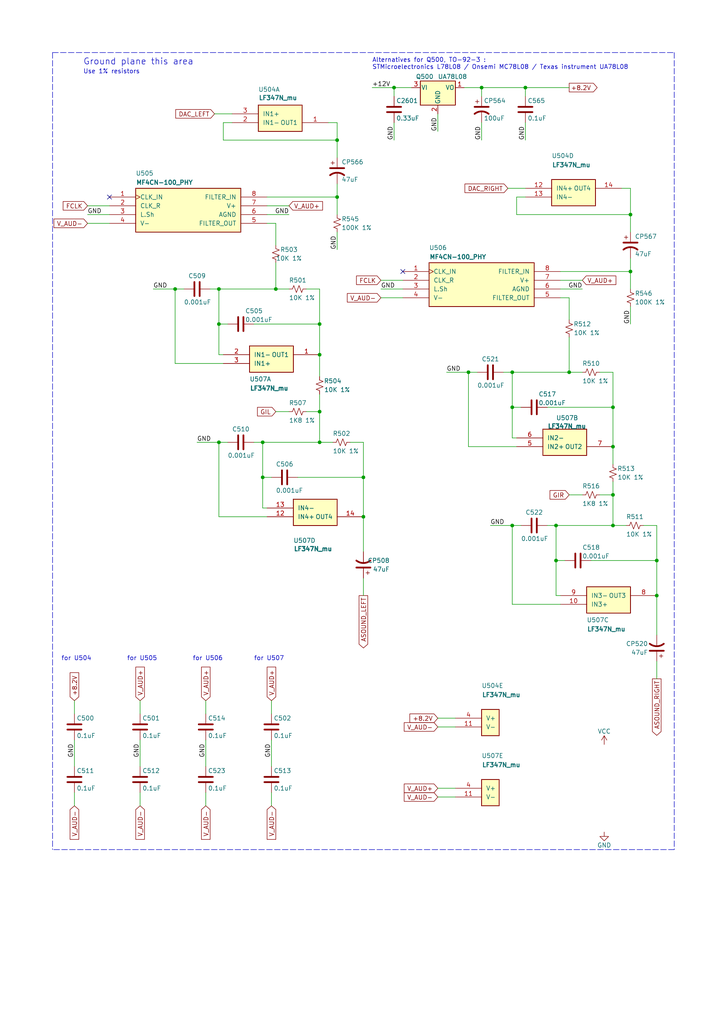
<source format=kicad_sch>
(kicad_sch (version 20211123) (generator eeschema)
  (paper "A4" portrait)
  (title_block (title "ReSTe mignon") (date "2022-07-13") (rev "mk0-0.1") (company "David SPORN") (comment 2 "original repository : https://github.com/sporniket/reste-mignon") (comment 4 "A remake of the Atari STe with some fixes applied and a target size of 25×18cm (B5)"))
  (lib_symbols
    (symbol "Device:C" (pin_numbers hide) (pin_names (offset 0.254))
      (property "Reference" "C" (at 0.635 2.54 0))
      (property "Value" "C" (at 0.635 -2.54 0))
      (symbol "C_0_1"
        (polyline (pts (xy -2.032 -0.762) (xy 2.032 -0.762)) (stroke (width 0.508)))
        (polyline (pts (xy -2.032 0.762) (xy 2.032 0.762)) (stroke (width 0.508)))
      )
      (symbol "C_1_1"
        (pin passive line (at 0 3.81 270) (length 2.794) (name "~") (number "1"))
        (pin passive line (at 0 -3.81 90) (length 2.794) (name "~") (number "2"))
      )
    )
    (symbol "Device:CP1" (pin_numbers hide) (pin_names (offset 0.254) hide)
      (property "Reference" "C" (at 0.635 2.54 0))
      (property "Value" "Device_CP1" (at 0.635 -2.54 0))
      (symbol "CP1_0_1"
        (polyline (pts (xy -2.032 0.762) (xy 2.032 0.762)) (stroke (width 0.508)))
        (polyline (pts (xy -1.778 2.286) (xy -0.762 2.286)))
        (polyline (pts (xy -1.27 1.778) (xy -1.27 2.794)))
        (arc (start 2.032 -1.27) (mid 0 -0.5572) (end -2.032 -1.27) (stroke (width 0.508)))
      )
      (symbol "CP1_1_1"
        (pin passive line (at 0 3.81 270) (length 2.794) (name "~") (number "1"))
        (pin passive line (at 0 -3.81 90) (length 3.302) (name "~") (number "2"))
      )
    )
    (symbol "Device:R_Small_US" (pin_numbers hide) (pin_names (offset 0.254) hide)
      (property "Reference" "R" (at 0.762 0.508 0))
      (property "Value" "R_Small_US" (at 0.762 -1.016 0))
      (symbol "R_Small_US_1_1"
        (polyline (pts (xy 0 0) (xy 1.016 -0.381) (xy 0 -0.762) (xy -1.016 -1.143) (xy 0 -1.524)))
        (polyline (pts (xy 0 1.524) (xy 1.016 1.143) (xy 0 0.762) (xy -1.016 0.381) (xy 0 0)))
        (pin passive line (at 0 2.54 270) (length 1.016) (name "~") (number "1"))
        (pin passive line (at 0 -2.54 90) (length 1.016) (name "~") (number "2"))
      )
    )
    (symbol "Regulator_Linear:LM78L05_TO92" (pin_names (offset 0.254))
      (property "Reference" "U" (at -3.81 3.175 0))
      (property "Value" "LM78L05_TO92" (at 0 3.175 0))
      (symbol "LM78L05_TO92_0_1"
        (rectangle (start -5.08 -5.08) (end 5.08 1.905) (stroke (width 0.254)) (fill (type background)))
      )
      (symbol "LM78L05_TO92_1_1"
        (pin power_out line (at 7.62 0 180) (length 2.54) (name "VO") (number "1"))
        (pin power_in line (at 0 -7.62 90) (length 2.54) (name "GND") (number "2"))
        (pin power_in line (at -7.62 0 0) (length 2.54) (name "VI") (number "3"))
      )
    )
    (symbol "lf347:LF347N_mu" (pin_names (offset 1.27))
      (property "Reference" "U" (at 0 0 0))
      (property "Value" "LF347N_mu" (at 0 0 0))
      (symbol "LF347N_mu_1_0"
        (rectangle (start -6.35 0) (end 6.35 -7.62) (stroke (width 0.254)) (fill (type background)))
        (text "Operational Amplifier 1" (at -12.7 2.54 0) (effects (font (size 1.27 1.27)) (justify left top)))
        (pin output line (at 13.97 -2.54 180) (length 7.62) (name "OUT1") (number "1"))
        (pin input line (at -13.97 -2.54 0) (length 7.62) (name "IN1-") (number "2"))
        (pin input line (at -13.97 -5.08 0) (length 7.62) (name "IN1+") (number "3"))
      )
      (symbol "LF347N_mu_2_0"
        (rectangle (start -6.35 0) (end 6.35 -7.62) (stroke (width 0.254)) (fill (type background)))
        (text "Operational Amplifier 2" (at -12.7 2.54 0) (effects (font (size 1.27 1.27)) (justify left top)))
        (pin input line (at -13.97 -2.54 0) (length 7.62) (name "IN2+") (number "5"))
        (pin input line (at -13.97 -5.08 0) (length 7.62) (name "IN2-") (number "6"))
        (pin output line (at 13.97 -2.54 180) (length 7.62) (name "OUT2") (number "7"))
      )
      (symbol "LF347N_mu_3_0"
        (rectangle (start -6.35 0) (end 6.35 -7.62) (stroke (width 0.254)) (fill (type background)))
        (text "Operational Amplifier 3" (at -12.7 2.54 0) (effects (font (size 1.27 1.27)) (justify left top)))
        (pin input line (at -13.97 -5.08 0) (length 7.62) (name "IN3+") (number "10"))
        (pin output line (at 13.97 -2.54 180) (length 7.62) (name "OUT3") (number "8"))
        (pin input line (at -13.97 -2.54 0) (length 7.62) (name "IN3-") (number "9"))
      )
      (symbol "LF347N_mu_4_0"
        (rectangle (start -6.35 0) (end 6.35 -7.62) (stroke (width 0.254)) (fill (type background)))
        (text "Operational Amplifier 4" (at -12.7 2.54 0) (effects (font (size 1.27 1.27)) (justify left top)))
        (pin input line (at -13.97 -2.54 0) (length 7.62) (name "IN4+") (number "12"))
        (pin input line (at -13.97 -5.08 0) (length 7.62) (name "IN4-") (number "13"))
        (pin output line (at 13.97 -2.54 180) (length 7.62) (name "OUT4") (number "14"))
      )
      (symbol "LF347N_mu_5_0"
        (rectangle (start -2.54 0) (end 2.54 -7.62) (stroke (width 0.254)) (fill (type background)))
        (text "Voltage reference" (at -12.7 2.54 0) (effects (font (size 1.27 1.27)) (justify left top)))
        (pin input line (at -10.16 -5.08 0) (length 7.62) (name "V-") (number "11"))
        (pin input line (at -10.16 -2.54 0) (length 7.62) (name "V+") (number "4"))
      )
      (symbol "LF347N_mu_6_0"
        (rectangle (start -1.27 0) (end 1.27 -2.54) (stroke (width 0.254)) (fill (type background)))
        (text "Power supply" (at -12.7 2.54 0) (effects (font (size 1.27 1.27)) (justify left top)))
      )
    )
    (symbol "mf4-dip8:MF4CN-100_PHY" (pin_names (offset 1.27))
      (property "Reference" "U" (at 0 0 0))
      (property "Value" "MF4CN-100_PHY" (at 0 0 0))
      (symbol "MF4CN-100_PHY_0_0"
        (rectangle (start -15.24 6.35) (end 15.24 -6.35) (stroke (width 0.254)) (fill (type background)))
        (pin input clock (at -22.86 3.81 0) (length 7.62) (name "CLK_IN") (number "1"))
        (pin input line (at -22.86 1.27 0) (length 7.62) (name "CLK_R") (number "2"))
        (pin input line (at -22.86 -1.27 0) (length 7.62) (name "L.Sh") (number "3"))
        (pin input line (at -22.86 -3.81 0) (length 7.62) (name "V-") (number "4"))
        (pin output line (at 22.86 -3.81 180) (length 7.62) (name "FILTER_OUT") (number "5"))
        (pin power_in line (at 22.86 -1.27 180) (length 7.62) (name "AGND") (number "6"))
        (pin power_in line (at 22.86 1.27 180) (length 7.62) (name "V+") (number "7"))
        (pin input line (at 22.86 3.81 180) (length 7.62) (name "FILTER_IN") (number "8"))
      )
    )
    (symbol "power:GND" (power) (pin_names (offset 0))
      (property "Value" "GND" (at 0 -3.81 0))
      (symbol "GND_0_1"
        (polyline (pts (xy 0 0) (xy 0 -1.27) (xy 1.27 -1.27) (xy 0 -2.54) (xy -1.27 -1.27) (xy 0 -1.27)))
      )
      (symbol "GND_1_1"
        (pin power_in line (at 0 0 270) (length 0) hide (name "GND") (number "1"))
      )
    )
    (symbol "power:VCC" (power) (pin_names (offset 0))
      (property "Value" "VCC" (at 0 3.81 0))
      (symbol "VCC_0_1"
        (polyline (pts (xy -0.762 1.27) (xy 0 2.54)))
        (polyline (pts (xy 0 0) (xy 0 2.54)))
        (polyline (pts (xy 0 2.54) (xy 0.762 1.27)))
      )
      (symbol "VCC_1_1"
        (pin power_in line (at 0 0 90) (length 0) hide (name "VCC") (number "1"))
      )
    )
  )
  (junction (at 182.88 78.74))
  (junction (at 76.2 138.43))
  (junction (at 105.41 149.86))
  (junction (at 50.8 83.82))
  (junction (at 161.29 152.4))
  (junction (at 148.59 118.11))
  (junction (at 182.88 62.23))
  (junction (at 63.5 93.98))
  (junction (at 177.8 129.54))
  (junction (at 177.8 152.4))
  (junction (at 76.2 128.27))
  (junction (at 148.59 152.4))
  (junction (at 148.59 107.95))
  (junction (at 139.7 25.4))
  (junction (at 114.3 25.4))
  (junction (at 80.01 83.82))
  (junction (at 105.41 138.43))
  (junction (at 135.89 107.95))
  (junction (at 63.5 83.82))
  (junction (at 152.4 25.4))
  (junction (at 92.71 119.38))
  (junction (at 92.71 128.27))
  (junction (at 97.79 57.15))
  (junction (at 92.71 102.87))
  (junction (at 177.8 118.11))
  (junction (at 190.5 162.56))
  (junction (at 161.29 162.56))
  (junction (at 63.5 128.27))
  (junction (at 190.5 172.72))
  (junction (at 97.79 40.64))
  (junction (at 177.8 143.51))
  (junction (at 92.71 93.98))
  (junction (at 165.1 107.95))
  (no_connect (at 116.84 78.74))
  (no_connect (at 31.75 57.15))
  (wire (pts (xy 83.82 83.82) (xy 80.01 83.82)))
  (wire (pts (xy 73.66 128.27) (xy 76.2 128.27)))
  (wire (pts (xy 78.74 207.01) (xy 78.74 203.2)))
  (wire (pts (xy 177.8 143.51) (xy 173.99 143.51)))
  (wire (pts (xy 105.41 149.86) (xy 105.41 160.02)))
  (wire (pts (xy 182.88 54.61) (xy 182.88 62.23)))
  (wire (pts (xy 127 231.14) (xy 132.08 231.14)))
  (wire (pts (xy 110.49 83.82) (xy 116.84 83.82)))
  (wire (pts (xy 76.2 128.27) (xy 92.71 128.27)))
  (wire (pts (xy 177.8 107.95) (xy 177.8 118.11)))
  (wire (pts (xy 182.88 62.23) (xy 182.88 67.31)))
  (wire (pts (xy 148.59 107.95) (xy 165.1 107.95)))
  (wire (pts (xy 142.24 152.4) (xy 148.59 152.4)))
  (wire (pts (xy 107.95 25.4) (xy 114.3 25.4)))
  (wire (pts (xy 148.59 127) (xy 149.86 127)))
  (wire (pts (xy 63.5 128.27) (xy 57.15 128.27)))
  (wire (pts (xy 105.41 167.64) (xy 105.41 172.72)))
  (wire (pts (xy 25.4 64.77) (xy 31.75 64.77)))
  (wire (pts (xy 139.7 27.94) (xy 139.7 25.4)))
  (wire (pts (xy 152.4 35.56) (xy 152.4 40.64)))
  (wire (pts (xy 80.01 119.38) (xy 83.82 119.38)))
  (wire (pts (xy 50.8 83.82) (xy 50.8 105.41)))
  (wire (pts (xy 168.91 143.51) (xy 165.1 143.51)))
  (wire (pts (xy 152.4 27.94) (xy 152.4 25.4)))
  (wire (pts (xy 161.29 162.56) (xy 161.29 172.72)))
  (wire (pts (xy 190.5 162.56) (xy 190.5 172.72)))
  (wire (pts (xy 59.69 207.01) (xy 59.69 203.2)))
  (wire (pts (xy 60.96 83.82) (xy 63.5 83.82)))
  (wire (pts (xy 127 208.28) (xy 132.08 208.28)))
  (wire (pts (xy 76.2 138.43) (xy 76.2 147.32)))
  (wire (pts (xy 162.56 81.28) (xy 168.91 81.28)))
  (wire (pts (xy 190.5 152.4) (xy 190.5 162.56)))
  (wire (pts (xy 165.1 86.36) (xy 165.1 92.71)))
  (wire (pts (xy 139.7 25.4) (xy 152.4 25.4)))
  (wire (pts (xy 182.88 93.98) (xy 182.88 88.9)))
  (wire (pts (xy 158.75 118.11) (xy 177.8 118.11)))
  (wire (pts (xy 21.59 207.01) (xy 21.59 203.2)))
  (wire (pts (xy 161.29 152.4) (xy 177.8 152.4)))
  (wire (pts (xy 132.08 210.82) (xy 127 210.82)))
  (wire (pts (xy 64.77 40.64) (xy 97.79 40.64)))
  (wire (pts (xy 97.79 40.64) (xy 97.79 45.72)))
  (wire (pts (xy 158.75 152.4) (xy 161.29 152.4)))
  (wire (pts (xy 77.47 62.23) (xy 83.82 62.23)))
  (wire (pts (xy 92.71 83.82) (xy 92.71 93.98)))
  (wire (pts (xy 114.3 35.56) (xy 114.3 40.64)))
  (wire (pts (xy 73.66 93.98) (xy 92.71 93.98)))
  (wire (pts (xy 148.59 152.4) (xy 151.13 152.4)))
  (wire (pts (xy 152.4 57.15) (xy 149.86 57.15)))
  (wire (pts (xy 92.71 93.98) (xy 92.71 102.87)))
  (wire (pts (xy 63.5 83.82) (xy 63.5 93.98)))
  (wire (pts (xy 182.88 78.74) (xy 182.88 83.82)))
  (wire (pts (xy 88.9 83.82) (xy 92.71 83.82)))
  (wire (pts (xy 151.13 118.11) (xy 148.59 118.11)))
  (polyline (pts (xy 15.24 15.24) (xy 15.24 246.38)))
  (polyline (pts (xy 195.58 15.24) (xy 195.58 246.38)))
  (wire (pts (xy 59.69 233.68) (xy 59.69 229.87)))
  (wire (pts (xy 63.5 128.27) (xy 66.04 128.27)))
  (wire (pts (xy 88.9 119.38) (xy 92.71 119.38)))
  (wire (pts (xy 63.5 93.98) (xy 63.5 102.87)))
  (wire (pts (xy 92.71 114.3) (xy 92.71 119.38)))
  (wire (pts (xy 78.74 222.25) (xy 78.74 214.63)))
  (wire (pts (xy 64.77 35.56) (xy 64.77 40.64)))
  (wire (pts (xy 162.56 86.36) (xy 165.1 86.36)))
  (wire (pts (xy 135.89 129.54) (xy 149.86 129.54)))
  (wire (pts (xy 190.5 152.4) (xy 186.69 152.4)))
  (wire (pts (xy 50.8 105.41) (xy 64.77 105.41)))
  (wire (pts (xy 80.01 71.12) (xy 80.01 64.77)))
  (polyline (pts (xy 15.24 15.24) (xy 195.58 15.24)))
  (wire (pts (xy 80.01 76.2) (xy 80.01 83.82)))
  (wire (pts (xy 127 33.02) (xy 127 38.1)))
  (wire (pts (xy 110.49 81.28) (xy 116.84 81.28)))
  (wire (pts (xy 127 228.6) (xy 132.08 228.6)))
  (wire (pts (xy 92.71 119.38) (xy 92.71 128.27)))
  (wire (pts (xy 173.99 107.95) (xy 177.8 107.95)))
  (wire (pts (xy 77.47 59.69) (xy 83.82 59.69)))
  (wire (pts (xy 148.59 107.95) (xy 148.59 118.11)))
  (wire (pts (xy 40.64 207.01) (xy 40.64 203.2)))
  (wire (pts (xy 105.41 138.43) (xy 105.41 149.86)))
  (wire (pts (xy 148.59 152.4) (xy 148.59 175.26)))
  (wire (pts (xy 59.69 222.25) (xy 59.69 214.63)))
  (wire (pts (xy 21.59 233.68) (xy 21.59 229.87)))
  (wire (pts (xy 139.7 35.56) (xy 139.7 40.64)))
  (wire (pts (xy 78.74 138.43) (xy 76.2 138.43)))
  (wire (pts (xy 171.45 162.56) (xy 190.5 162.56)))
  (wire (pts (xy 40.64 233.68) (xy 40.64 229.87)))
  (wire (pts (xy 152.4 25.4) (xy 165.1 25.4)))
  (wire (pts (xy 161.29 152.4) (xy 161.29 162.56)))
  (wire (pts (xy 114.3 27.94) (xy 114.3 25.4)))
  (wire (pts (xy 77.47 57.15) (xy 97.79 57.15)))
  (wire (pts (xy 76.2 147.32) (xy 77.47 147.32)))
  (wire (pts (xy 50.8 83.82) (xy 44.45 83.82)))
  (wire (pts (xy 21.59 222.25) (xy 21.59 214.63)))
  (wire (pts (xy 146.05 107.95) (xy 148.59 107.95)))
  (wire (pts (xy 190.5 172.72) (xy 190.5 184.15)))
  (wire (pts (xy 177.8 143.51) (xy 177.8 152.4)))
  (wire (pts (xy 177.8 118.11) (xy 177.8 129.54)))
  (wire (pts (xy 97.79 57.15) (xy 97.79 62.23)))
  (wire (pts (xy 92.71 102.87) (xy 92.71 109.22)))
  (wire (pts (xy 62.23 33.02) (xy 67.31 33.02)))
  (wire (pts (xy 148.59 175.26) (xy 162.56 175.26)))
  (wire (pts (xy 138.43 107.95) (xy 135.89 107.95)))
  (wire (pts (xy 149.86 57.15) (xy 149.86 62.23)))
  (wire (pts (xy 148.59 118.11) (xy 148.59 127)))
  (wire (pts (xy 105.41 128.27) (xy 105.41 138.43)))
  (wire (pts (xy 135.89 107.95) (xy 135.89 129.54)))
  (wire (pts (xy 134.62 25.4) (xy 139.7 25.4)))
  (wire (pts (xy 67.31 35.56) (xy 64.77 35.56)))
  (polyline (pts (xy 195.58 246.38) (xy 15.24 246.38)))
  (wire (pts (xy 177.8 129.54) (xy 177.8 134.62)))
  (wire (pts (xy 95.25 35.56) (xy 97.79 35.56)))
  (wire (pts (xy 63.5 128.27) (xy 63.5 149.86)))
  (wire (pts (xy 114.3 25.4) (xy 119.38 25.4)))
  (wire (pts (xy 110.49 86.36) (xy 116.84 86.36)))
  (wire (pts (xy 76.2 128.27) (xy 76.2 138.43)))
  (wire (pts (xy 66.04 93.98) (xy 63.5 93.98)))
  (wire (pts (xy 177.8 152.4) (xy 181.61 152.4)))
  (wire (pts (xy 162.56 172.72) (xy 161.29 172.72)))
  (wire (pts (xy 63.5 102.87) (xy 64.77 102.87)))
  (wire (pts (xy 168.91 107.95) (xy 165.1 107.95)))
  (wire (pts (xy 177.8 139.7) (xy 177.8 143.51)))
  (wire (pts (xy 25.4 59.69) (xy 31.75 59.69)))
  (wire (pts (xy 63.5 149.86) (xy 77.47 149.86)))
  (wire (pts (xy 78.74 233.68) (xy 78.74 229.87)))
  (wire (pts (xy 63.5 83.82) (xy 80.01 83.82)))
  (wire (pts (xy 129.54 107.95) (xy 135.89 107.95)))
  (wire (pts (xy 40.64 222.25) (xy 40.64 214.63)))
  (wire (pts (xy 105.41 128.27) (xy 101.6 128.27)))
  (wire (pts (xy 182.88 74.93) (xy 182.88 78.74)))
  (wire (pts (xy 149.86 62.23) (xy 182.88 62.23)))
  (wire (pts (xy 97.79 53.34) (xy 97.79 57.15)))
  (wire (pts (xy 165.1 97.79) (xy 165.1 107.95)))
  (wire (pts (xy 86.36 138.43) (xy 105.41 138.43)))
  (wire (pts (xy 163.83 162.56) (xy 161.29 162.56)))
  (wire (pts (xy 162.56 83.82) (xy 168.91 83.82)))
  (wire (pts (xy 96.52 128.27) (xy 92.71 128.27)))
  (wire (pts (xy 53.34 83.82) (xy 50.8 83.82)))
  (wire (pts (xy 97.79 35.56) (xy 97.79 40.64)))
  (wire (pts (xy 180.34 54.61) (xy 182.88 54.61)))
  (wire (pts (xy 162.56 78.74) (xy 182.88 78.74)))
  (wire (pts (xy 152.4 54.61) (xy 147.32 54.61)))
  (wire (pts (xy 190.5 191.77) (xy 190.5 196.85)))
  (wire (pts (xy 77.47 64.77) (xy 80.01 64.77)))
  (wire (pts (xy 25.4 62.23) (xy 31.75 62.23)))
  (wire (pts (xy 97.79 72.39) (xy 97.79 67.31)))
  (text "Use 1% resistors" (at 24.13 21.59 0) (effects (font (size 1.27 1.27)) (justify left bottom)))
  (text "Alternatives for Q500, TO-92-3 :\nSTMicroelectronics L78L08 / Onsemi MC78L08 / Texas instrument UA78L08" (at 107.95 20.32 0) (effects (font (size 1.27 1.27)) (justify left bottom)))
  (text "for U507" (at 73.66 191.77 0) (effects (font (size 1.27 1.27)) (justify left bottom)))
  (text "for U504" (at 17.78 191.77 0) (effects (font (size 1.27 1.27)) (justify left bottom)))
  (text "for U505" (at 36.83 191.77 0) (effects (font (size 1.27 1.27)) (justify left bottom)))
  (text "for U506" (at 55.88 191.77 0) (effects (font (size 1.27 1.27)) (justify left bottom)))
  (text "Ground plane this area" (at 24.13 19.05 0) (effects (font (size 1.8034 1.8034)) (justify left bottom)))
  (label "GND" (at 129.54 107.95 0))
  (label "+12V" (at 107.95 25.4 0))
  (label "GND" (at 40.64 219.71 90))
  (label "GND" (at 127 38.1 90))
  (label "GND" (at 44.45 83.82 0))
  (label "GND" (at 83.82 62.23 180))
  (label "GND" (at 57.15 128.27 0))
  (label "GND" (at 110.49 83.82 0))
  (label "GND" (at 59.69 219.71 90))
  (label "GND" (at 152.4 40.64 90))
  (label "GND" (at 139.7 40.64 90))
  (label "GND" (at 182.88 93.98 90))
  (label "GND" (at 142.24 152.4 0))
  (label "GND" (at 114.3 40.64 90))
  (label "GND" (at 168.91 83.82 180))
  (label "GND" (at 21.59 219.71 90))
  (label "GND" (at 25.4 62.23 0))
  (label "GND" (at 78.74 219.71 90))
  (label "GND" (at 97.79 72.39 90))
  (global_label "+8.2V" (shape input) (at 127 208.28 180) (property "Intersheet References" "${INTERSHEET_REFS}" (effects hide)))
  (global_label "V_AUD+" (shape input) (at 168.91 81.28 0) (property "Intersheet References" "${INTERSHEET_REFS}" (effects hide)))
  (global_label "V_AUD-" (shape input) (at 25.4 64.77 180) (property "Intersheet References" "${INTERSHEET_REFS}" (effects hide)))
  (global_label "ASOUND_RIGHT" (shape output) (at 190.5 196.85 270) (property "Intersheet References" "${INTERSHEET_REFS}" (effects hide)))
  (global_label "FCLK" (shape input) (at 25.4 59.69 180) (property "Intersheet References" "${INTERSHEET_REFS}" (effects hide)))
  (global_label "FCLK" (shape input) (at 110.49 81.28 180) (property "Intersheet References" "${INTERSHEET_REFS}" (effects hide)))
  (global_label "DAC_RIGHT" (shape input) (at 147.32 54.61 180) (property "Intersheet References" "${INTERSHEET_REFS}" (effects hide)))
  (global_label "V_AUD-" (shape input) (at 110.49 86.36 180) (property "Intersheet References" "${INTERSHEET_REFS}" (effects hide)))
  (global_label "+8.2V" (shape output) (at 165.1 25.4 0) (property "Intersheet References" "${INTERSHEET_REFS}" (effects hide)))
  (global_label "V_AUD-" (shape input) (at 127 231.14 180) (property "Intersheet References" "${INTERSHEET_REFS}" (effects hide)))
  (global_label "ASOUND_LEFT" (shape output) (at 105.41 172.72 270) (property "Intersheet References" "${INTERSHEET_REFS}" (effects hide)))
  (global_label "V_AUD+" (shape input) (at 83.82 59.69 0) (property "Intersheet References" "${INTERSHEET_REFS}" (effects hide)))
  (global_label "V_AUD+" (shape input) (at 59.69 203.2 90) (property "Intersheet References" "${INTERSHEET_REFS}" (effects hide)))
  (global_label "GIR" (shape input) (at 165.1 143.51 180) (property "Intersheet References" "${INTERSHEET_REFS}" (effects hide)))
  (global_label "DAC_LEFT" (shape input) (at 62.23 33.02 180) (property "Intersheet References" "${INTERSHEET_REFS}" (effects hide)))
  (global_label "V_AUD-" (shape input) (at 21.59 233.68 270) (property "Intersheet References" "${INTERSHEET_REFS}" (effects hide)))
  (global_label "V_AUD+" (shape input) (at 78.74 203.2 90) (property "Intersheet References" "${INTERSHEET_REFS}" (effects hide)))
  (global_label "V_AUD-" (shape input) (at 78.74 233.68 270) (property "Intersheet References" "${INTERSHEET_REFS}" (effects hide)))
  (global_label "+8.2V" (shape input) (at 21.59 203.2 90) (property "Intersheet References" "${INTERSHEET_REFS}" (effects hide)))
  (global_label "V_AUD-" (shape input) (at 40.64 233.68 270) (property "Intersheet References" "${INTERSHEET_REFS}" (effects hide)))
  (global_label "V_AUD-" (shape input) (at 127 210.82 180) (property "Intersheet References" "${INTERSHEET_REFS}" (effects hide)))
  (global_label "V_AUD-" (shape input) (at 59.69 233.68 270) (property "Intersheet References" "${INTERSHEET_REFS}" (effects hide)))
  (global_label "V_AUD+" (shape input) (at 127 228.6 180) (property "Intersheet References" "${INTERSHEET_REFS}" (effects hide)))
  (global_label "V_AUD+" (shape input) (at 40.64 203.2 90) (property "Intersheet References" "${INTERSHEET_REFS}" (effects hide)))
  (global_label "GIL" (shape input) (at 80.01 119.38 180) (property "Intersheet References" "${INTERSHEET_REFS}" (effects hide)))
  (symbol (lib_id "Device:R_Small_US") (at 86.36 119.38 270) (unit 1)
    (property "Reference" "R507" (at 83.82 116.84 90) (effects (justify left)))
    (property "Value" "1K8 1%" (at 83.82 121.92 90) (effects (justify left)))
    (property "Footprint" "Resistor_SMD:R_1206_3216Metric_Pad1.30x1.75mm_HandSolder" (effects hide))
  )
  (symbol (lib_id "Device:R_Small_US") (at 171.45 143.51 270) (unit 1)
    (property "Reference" "R516" (at 168.91 140.97 90) (effects (justify left)))
    (property "Value" "1K8 1%" (at 168.91 146.05 90) (effects (justify left)))
    (property "Footprint" "Resistor_SMD:R_1206_3216Metric_Pad1.30x1.75mm_HandSolder" (effects hide))
  )
  (symbol (lib_id "mf4-dip8:MF4CN-100_PHY") (at 54.61 60.96 0) (unit 1)
    (property "Reference" "U505" (at 39.37 49.53 0) (effects (justify left top)))
    (property "Value" "MF4CN-100_PHY" (at 39.37 52.07 0) (effects (font bold) (justify left top)))
    (property "Footprint" "Package_DIP:DIP-8_W7.62mm_LongPads" (effects hide))
  )
  (symbol (lib_id "Device:CP1") (at 97.79 49.53 0) (unit 1)
    (property "Reference" "CP566" (at 99.06 46.99 0) (effects (justify left)))
    (property "Value" "47uF" (at 99.06 52.07 0) (effects (justify left)))
    (property "Footprint" "Capacitor_THT:C_Radial_D6.3mm_H11.0mm_P2.50mm" (effects hide))
  )
  (symbol (lib_id "Device:R_Small_US") (at 97.79 64.77 0) (unit 1)
    (property "Reference" "R545" (at 99.06 63.5 0) (effects (justify left)))
    (property "Value" "100K 1%" (at 99.06 66.04 0) (effects (justify left)))
    (property "Footprint" "Resistor_SMD:R_1206_3216Metric_Pad1.30x1.75mm_HandSolder" (effects hide))
  )
  (symbol (lib_id "Device:C") (at 40.64 210.82 0) (unit 1)
    (property "Reference" "C501" (at 41.275 208.28 0) (effects (justify left)))
    (property "Value" "0.1uF" (at 41.275 213.36 0) (effects (justify left)))
    (property "Footprint" "Capacitor_SMD:C_1206_3216Metric_Pad1.33x1.80mm_HandSolder" (effects hide))
  )
  (symbol (lib_id "Device:C") (at 40.64 226.06 0) (unit 1)
    (property "Reference" "C512" (at 41.275 223.52 0) (effects (justify left)))
    (property "Value" "0.1uF" (at 41.275 228.6 0) (effects (justify left)))
    (property "Footprint" "Capacitor_SMD:C_1206_3216Metric_Pad1.33x1.80mm_HandSolder" (effects hide))
  )
  (symbol (lib_id "Device:C") (at 21.59 210.82 0) (unit 1)
    (property "Reference" "C500" (at 22.225 208.28 0) (effects (justify left)))
    (property "Value" "0.1uF" (at 22.225 213.36 0) (effects (justify left)))
    (property "Footprint" "Capacitor_SMD:C_1206_3216Metric_Pad1.33x1.80mm_HandSolder" (effects hide))
  )
  (symbol (lib_id "Device:C") (at 21.59 226.06 0) (unit 1)
    (property "Reference" "C511" (at 22.225 223.52 0) (effects (justify left)))
    (property "Value" "0.1uF" (at 22.225 228.6 0) (effects (justify left)))
    (property "Footprint" "Capacitor_SMD:C_1206_3216Metric_Pad1.33x1.80mm_HandSolder" (effects hide))
  )
  (symbol (lib_id "lf347:LF347N_mu") (at 142.24 205.74 0) (unit 5)
    (property "Reference" "U504" (at 139.7 198.12 0) (effects (justify left top)))
    (property "Value" "LF347N_mu" (at 139.7 200.66 0) (effects (font bold) (justify left top)))
    (property "Footprint" "Package_DIP:DIP-14_W7.62mm_LongPads" (effects hide))
  )
  (symbol (lib_id "lf347:LF347N_mu") (at 142.24 226.06 0) (unit 5)
    (property "Reference" "U507" (at 139.7 218.44 0) (effects (justify left top)))
    (property "Value" "LF347N_mu" (at 139.7 220.98 0) (effects (font bold) (justify left top)))
    (property "Footprint" "Package_DIP:DIP-14_W7.62mm_LongPads" (effects hide))
  )
  (symbol (lib_id "Device:C") (at 78.74 210.82 0) (unit 1)
    (property "Reference" "C502" (at 79.375 208.28 0) (effects (justify left)))
    (property "Value" "0.1uF" (at 79.375 213.36 0) (effects (justify left)))
    (property "Footprint" "Capacitor_SMD:C_1206_3216Metric_Pad1.33x1.80mm_HandSolder" (effects hide))
  )
  (symbol (lib_id "Device:C") (at 78.74 226.06 0) (unit 1)
    (property "Reference" "C513" (at 79.375 223.52 0) (effects (justify left)))
    (property "Value" "0.1uF" (at 79.375 228.6 0) (effects (justify left)))
    (property "Footprint" "Capacitor_SMD:C_1206_3216Metric_Pad1.33x1.80mm_HandSolder" (effects hide))
  )
  (symbol (lib_id "mf4-dip8:MF4CN-100_PHY") (at 139.7 82.55 0) (unit 1)
    (property "Reference" "U506" (at 124.46 71.12 0) (effects (justify left top)))
    (property "Value" "MF4CN-100_PHY" (at 124.46 73.66 0) (effects (font bold) (justify left top)))
    (property "Footprint" "Package_DIP:DIP-8_W7.62mm_LongPads" (effects hide))
  )
  (symbol (lib_id "Device:CP1") (at 182.88 71.12 0) (unit 1)
    (property "Reference" "CP567" (at 184.15 68.58 0) (effects (justify left)))
    (property "Value" "47uF" (at 184.15 73.66 0) (effects (justify left)))
    (property "Footprint" "Capacitor_THT:C_Radial_D6.3mm_H11.0mm_P2.50mm" (effects hide))
  )
  (symbol (lib_id "Device:R_Small_US") (at 182.88 86.36 0) (unit 1)
    (property "Reference" "R546" (at 184.15 85.09 0) (effects (justify left)))
    (property "Value" "100K 1%" (at 184.15 87.63 0) (effects (justify left)))
    (property "Footprint" "Resistor_SMD:R_1206_3216Metric_Pad1.30x1.75mm_HandSolder" (effects hide))
  )
  (symbol (lib_id "Device:C") (at 59.69 210.82 0) (unit 1)
    (property "Reference" "C514" (at 60.325 208.28 0) (effects (justify left)))
    (property "Value" "0.1uF" (at 60.325 213.36 0) (effects (justify left)))
    (property "Footprint" "Capacitor_SMD:C_1206_3216Metric_Pad1.33x1.80mm_HandSolder" (effects hide))
  )
  (symbol (lib_id "Device:C") (at 59.69 226.06 0) (unit 1)
    (property "Reference" "C523" (at 60.325 223.52 0) (effects (justify left)))
    (property "Value" "0.1uF" (at 60.325 228.6 0) (effects (justify left)))
    (property "Footprint" "Capacitor_SMD:C_1206_3216Metric_Pad1.33x1.80mm_HandSolder" (effects hide))
  )
  (symbol (lib_id "Regulator_Linear:LM78L05_TO92") (at 127 25.4 0) (unit 1)
    (property "Reference" "Q500" (at 123.19 22.225 0))
    (property "Value" "UA78L08" (at 127 22.225 0) (effects (justify left)))
    (property "Footprint" "Package_TO_SOT_THT:TO-92L_Inline_Wide" (effects hide))
    (property "Datasheet" "https://www.onsemi.com/pub/Collateral/MC78L06A-D.pdf" (effects hide))
  )
  (symbol (lib_id "Device:CP1") (at 139.7 31.75 0) (unit 1)
    (property "Reference" "CP564" (at 140.335 29.21 0) (effects (justify left)))
    (property "Value" "100uF" (at 140.335 34.29 0) (effects (justify left)))
    (property "Footprint" "Capacitor_THT:C_Radial_D8.0mm_H11.5mm_P3.50mm" (effects hide))
  )
  (symbol (lib_id "Device:C") (at 152.4 31.75 0) (unit 1)
    (property "Reference" "C565" (at 153.035 29.21 0) (effects (justify left)))
    (property "Value" "0.1uF" (at 153.035 34.29 0) (effects (justify left)))
    (property "Footprint" "Capacitor_SMD:C_1206_3216Metric_Pad1.33x1.80mm_HandSolder" (effects hide))
  )
  (symbol (lib_id "Device:CP1") (at 105.41 163.83 180) (unit 1)
    (property "Reference" "CP508" (at 113.03 162.56 0) (effects (justify left)))
    (property "Value" "47uF" (at 113.03 165.1 0) (effects (justify left)))
    (property "Footprint" "Capacitor_THT:C_Radial_D6.3mm_H11.0mm_P2.50mm" (effects hide))
  )
  (symbol (lib_id "Device:C") (at 82.55 138.43 270) (unit 1)
    (property "Reference" "C506" (at 80.01 134.62 90) (effects (justify left)))
    (property "Value" "0.001uF" (at 80.01 142.24 90) (effects (justify left)))
    (property "Footprint" "Capacitor_SMD:C_1206_3216Metric_Pad1.33x1.80mm_HandSolder" (effects hide))
  )
  (symbol (lib_id "Device:R_Small_US") (at 92.71 111.76 180) (unit 1)
    (property "Reference" "R504" (at 96.52 110.49 0))
    (property "Value" "10K 1%" (at 97.79 113.03 0))
    (property "Footprint" "Resistor_SMD:R_1206_3216Metric_Pad1.30x1.75mm_HandSolder" (effects hide))
  )
  (symbol (lib_id "Device:C") (at 69.85 128.27 270) (unit 1)
    (property "Reference" "C510" (at 67.31 124.46 90) (effects (justify left)))
    (property "Value" "0.001uF" (at 66.04 132.08 90) (effects (justify left)))
    (property "Footprint" "Capacitor_SMD:C_1206_3216Metric_Pad1.33x1.80mm_HandSolder" (effects hide))
  )
  (symbol (lib_id "Device:R_Small_US") (at 99.06 128.27 270) (unit 1)
    (property "Reference" "R502" (at 96.52 125.73 90) (effects (justify left)))
    (property "Value" "10K 1%" (at 96.52 130.81 90) (effects (justify left)))
    (property "Footprint" "Resistor_SMD:R_1206_3216Metric_Pad1.30x1.75mm_HandSolder" (effects hide))
  )
  (symbol (lib_id "Device:C") (at 69.85 93.98 270) (unit 1)
    (property "Reference" "C505" (at 71.12 90.17 90) (effects (justify left)))
    (property "Value" "0.001uF" (at 71.12 92.71 90) (effects (justify left)))
    (property "Footprint" "Capacitor_SMD:C_1206_3216Metric_Pad1.33x1.80mm_HandSolder" (effects hide))
  )
  (symbol (lib_id "Device:R_Small_US") (at 80.01 73.66 180) (unit 1)
    (property "Reference" "R503" (at 83.82 72.39 0))
    (property "Value" "10K 1%" (at 83.82 74.93 0))
    (property "Footprint" "Resistor_SMD:R_1206_3216Metric_Pad1.30x1.75mm_HandSolder" (effects hide))
  )
  (symbol (lib_id "Device:C") (at 57.15 83.82 270) (unit 1)
    (property "Reference" "C509" (at 54.61 80.01 90) (effects (justify left)))
    (property "Value" "0.001uF" (at 53.34 87.63 90) (effects (justify left)))
    (property "Footprint" "Capacitor_SMD:C_1206_3216Metric_Pad1.33x1.80mm_HandSolder" (effects hide))
  )
  (symbol (lib_id "Device:R_Small_US") (at 86.36 83.82 270) (unit 1)
    (property "Reference" "R501" (at 83.82 81.28 90) (effects (justify left)))
    (property "Value" "10K 1%" (at 83.82 86.36 90) (effects (justify left)))
    (property "Footprint" "Resistor_SMD:R_1206_3216Metric_Pad1.30x1.75mm_HandSolder" (effects hide))
  )
  (symbol (lib_id "Device:CP1") (at 190.5 187.96 180) (unit 1)
    (property "Reference" "CP520" (at 187.96 186.69 0) (effects (justify left)))
    (property "Value" "47uF" (at 187.96 189.23 0) (effects (justify left)))
    (property "Footprint" "Capacitor_THT:C_Radial_D6.3mm_H11.0mm_P2.50mm" (effects hide))
  )
  (symbol (lib_id "Device:C") (at 167.64 162.56 270) (unit 1)
    (property "Reference" "C518" (at 168.91 158.75 90) (effects (justify left)))
    (property "Value" "0.001uF" (at 168.91 161.29 90) (effects (justify left)))
    (property "Footprint" "Capacitor_SMD:C_1206_3216Metric_Pad1.33x1.80mm_HandSolder" (effects hide))
  )
  (symbol (lib_id "Device:R_Small_US") (at 177.8 137.16 180) (unit 1)
    (property "Reference" "R513" (at 181.61 135.89 0))
    (property "Value" "10K 1%" (at 182.88 138.43 0))
    (property "Footprint" "Resistor_SMD:R_1206_3216Metric_Pad1.30x1.75mm_HandSolder" (effects hide))
  )
  (symbol (lib_id "Device:C") (at 154.94 152.4 270) (unit 1)
    (property "Reference" "C522" (at 152.4 148.59 90) (effects (justify left)))
    (property "Value" "0.001uF" (at 151.13 156.21 90) (effects (justify left)))
    (property "Footprint" "Capacitor_SMD:C_1206_3216Metric_Pad1.33x1.80mm_HandSolder" (effects hide))
  )
  (symbol (lib_id "Device:R_Small_US") (at 184.15 152.4 270) (unit 1)
    (property "Reference" "R511" (at 181.61 149.86 90) (effects (justify left)))
    (property "Value" "10K 1%" (at 181.61 154.94 90) (effects (justify left)))
    (property "Footprint" "Resistor_SMD:R_1206_3216Metric_Pad1.30x1.75mm_HandSolder" (effects hide))
  )
  (symbol (lib_id "Device:C") (at 154.94 118.11 270) (unit 1)
    (property "Reference" "C517" (at 156.21 114.3 90) (effects (justify left)))
    (property "Value" "0.001uF" (at 156.21 116.84 90) (effects (justify left)))
    (property "Footprint" "Capacitor_SMD:C_1206_3216Metric_Pad1.33x1.80mm_HandSolder" (effects hide))
  )
  (symbol (lib_id "Device:R_Small_US") (at 165.1 95.25 180) (unit 1)
    (property "Reference" "R512" (at 168.91 93.98 0))
    (property "Value" "10K 1%" (at 170.18 96.52 0))
    (property "Footprint" "Resistor_SMD:R_1206_3216Metric_Pad1.30x1.75mm_HandSolder" (effects hide))
  )
  (symbol (lib_id "Device:C") (at 142.24 107.95 270) (unit 1)
    (property "Reference" "C521" (at 139.7 104.14 90) (effects (justify left)))
    (property "Value" "0.001uF" (at 138.43 111.76 90) (effects (justify left)))
    (property "Footprint" "Capacitor_SMD:C_1206_3216Metric_Pad1.33x1.80mm_HandSolder" (effects hide))
  )
  (symbol (lib_id "Device:R_Small_US") (at 171.45 107.95 270) (unit 1)
    (property "Reference" "R510" (at 168.91 105.41 90) (effects (justify left)))
    (property "Value" "10K 1%" (at 168.91 110.49 90) (effects (justify left)))
    (property "Footprint" "Resistor_SMD:R_1206_3216Metric_Pad1.30x1.75mm_HandSolder" (effects hide))
  )
  (symbol (lib_id "lf347:LF347N_mu") (at 81.28 38.1 0) (mirror x) (unit 1)
    (property "Reference" "U504" (at 74.93 26.67 0) (effects (justify left top)))
    (property "Value" "LF347N_mu" (at 74.93 29.21 0) (effects (font bold) (justify left top)))
    (property "Footprint" "Package_DIP:DIP-14_W7.62mm_LongPads" (effects hide))
  )
  (symbol (lib_id "lf347:LF347N_mu") (at 166.37 52.07 0) (unit 4)
    (property "Reference" "U504" (at 160.02 44.45 0) (effects (justify left top)))
    (property "Value" "LF347N_mu" (at 160.02 46.99 0) (effects (font bold) (justify left top)))
    (property "Footprint" "Package_DIP:DIP-14_W7.62mm_LongPads" (effects hide))
  )
  (symbol (lib_id "lf347:LF347N_mu") (at 163.83 132.08 0) (mirror x) (unit 2)
    (property "Reference" "U507" (at 161.29 121.92 0) (effects (justify left top)))
    (property "Value" "LF347N_mu" (at 158.75 124.46 0) (effects (font bold) (justify left top)))
    (property "Footprint" "Package_DIP:DIP-14_W7.62mm_LongPads" (effects hide))
  )
  (symbol (lib_id "lf347:LF347N_mu") (at 176.53 170.18 0) (unit 3)
    (property "Reference" "U507" (at 170.18 179.07 0) (effects (justify left top)))
    (property "Value" "LF347N_mu" (at 170.18 181.61 0) (effects (font bold) (justify left top)))
    (property "Footprint" "Package_DIP:DIP-14_W7.62mm_LongPads" (effects hide))
  )
  (symbol (lib_id "lf347:LF347N_mu") (at 78.74 100.33 0) (unit 1)
    (property "Reference" "U507" (at 72.39 109.22 0) (effects (justify left top)))
    (property "Value" "LF347N_mu" (at 72.39 111.76 0) (effects (font bold) (justify left top)))
    (property "Footprint" "Package_DIP:DIP-14_W7.62mm_LongPads" (effects hide))
  )
  (symbol (lib_id "lf347:LF347N_mu") (at 91.44 152.4 0) (mirror x) (unit 4)
    (property "Reference" "U507" (at 85.09 157.48 0) (effects (justify left top)))
    (property "Value" "LF347N_mu" (at 85.09 160.02 0) (effects (font bold) (justify left top)))
    (property "Footprint" "Package_DIP:DIP-14_W7.62mm_LongPads" (effects hide))
  )
  (symbol (lib_id "Device:C") (at 114.3 31.75 0) (unit 1)
    (property "Reference" "C2601" (at 114.935 29.21 0) (effects (justify left)))
    (property "Value" "0.33uF" (at 114.935 34.29 0) (effects (justify left)))
    (property "Footprint" "Capacitor_SMD:C_1206_3216Metric_Pad1.33x1.80mm_HandSolder" (effects hide))
  )
  (symbol (lib_id "power:GND") (at 175.26 241.3 0) (unit 1)
    (property "Reference" "#PWR0146" (effects hide))
    (property "Value" "GND" (at 175.26 245.11 0))
  )
  (symbol (lib_id "power:VCC") (at 175.26 215.9 0) (unit 1)
    (property "Reference" "#PWR0147" (effects hide))
    (property "Value" "VCC" (at 175.26 212.09 0))
  )
)
</source>
